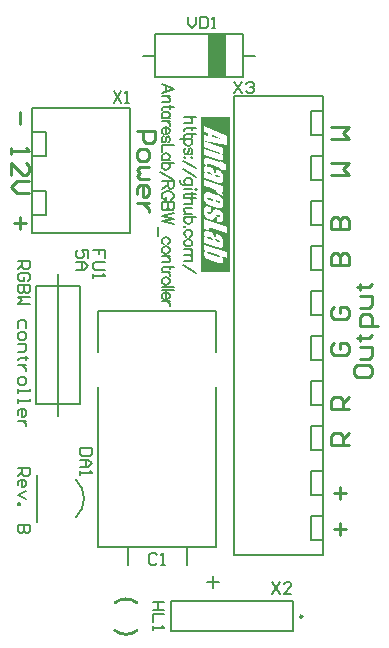
<source format=gto>
G04 Layer_Color=65535*
%FSAX43Y43*%
%MOMM*%
G71*
G01*
G75*
%ADD32C,0.200*%
%ADD33C,0.254*%
%ADD34C,0.150*%
%ADD35R,1.500X3.600*%
G36*
X0019079Y0031679D02*
X0016600D01*
Y0044800D01*
X0019079D01*
Y0031679D01*
D02*
G37*
%LPC*%
G36*
X0017193Y0038461D02*
X0017154D01*
X0017123Y0038459D01*
X0017093Y0038453D01*
X0017068Y0038448D01*
X0017049Y0038439D01*
X0017032Y0038434D01*
X0017021Y0038431D01*
X0017018Y0038428D01*
X0016990Y0038412D01*
X0016965Y0038389D01*
X0016946Y0038367D01*
X0016929Y0038342D01*
X0016915Y0038320D01*
X0016904Y0038303D01*
X0016899Y0038292D01*
X0016896Y0038287D01*
X0016882Y0038245D01*
X0016871Y0038203D01*
X0016865Y0038162D01*
X0016860Y0038120D01*
X0016857Y0038084D01*
X0016854Y0038056D01*
Y0038045D01*
Y0038037D01*
Y0038034D01*
Y0038031D01*
X0016857Y0037973D01*
X0016862Y0037920D01*
X0016868Y0037873D01*
X0016876Y0037834D01*
X0016885Y0037801D01*
X0016893Y0037776D01*
X0016896Y0037759D01*
X0016899Y0037754D01*
X0016918Y0037709D01*
X0016937Y0037667D01*
X0016960Y0037631D01*
X0016982Y0037598D01*
X0017001Y0037570D01*
X0017018Y0037551D01*
X0017029Y0037540D01*
X0017032Y0037534D01*
X0017065Y0037498D01*
X0017096Y0037470D01*
X0017126Y0037445D01*
X0017151Y0037423D01*
X0017171Y0037409D01*
X0017187Y0037398D01*
X0017198Y0037393D01*
X0017201Y0037390D01*
X0017235Y0037373D01*
X0017271Y0037354D01*
X0017309Y0037337D01*
X0017346Y0037323D01*
X0017379Y0037312D01*
X0017404Y0037301D01*
X0017415Y0037298D01*
X0017423Y0037295D01*
X0017426Y0037293D01*
X0017429D01*
X0017548Y0037254D01*
Y0037715D01*
X0017337Y0037787D01*
X0017296Y0037801D01*
X0017262Y0037815D01*
X0017235Y0037826D01*
X0017212Y0037837D01*
X0017196Y0037845D01*
X0017185Y0037854D01*
X0017179Y0037856D01*
X0017176Y0037859D01*
X0017162Y0037870D01*
X0017154Y0037884D01*
X0017143Y0037915D01*
X0017140Y0037926D01*
X0017137Y0037937D01*
Y0037942D01*
Y0037945D01*
X0017140Y0037959D01*
X0017143Y0037970D01*
X0017154Y0037984D01*
X0017162Y0037990D01*
X0017168Y0037992D01*
X0017182D01*
X0017201Y0037990D01*
X0017226Y0037984D01*
X0017248Y0037978D01*
X0017271Y0037970D01*
X0017290Y0037965D01*
X0017301Y0037962D01*
X0017307Y0037959D01*
X0017651Y0037842D01*
Y0037218D01*
X0017862Y0037148D01*
X0017942Y0037123D01*
X0018015Y0037104D01*
X0018076Y0037090D01*
X0018128Y0037084D01*
X0018167Y0037079D01*
X0018220D01*
X0018264Y0037087D01*
X0018306Y0037101D01*
X0018342Y0037121D01*
X0018370Y0037140D01*
X0018395Y0037159D01*
X0018412Y0037179D01*
X0018423Y0037190D01*
X0018426Y0037196D01*
X0018450Y0037240D01*
X0018470Y0037287D01*
X0018484Y0037340D01*
X0018495Y0037390D01*
X0018500Y0037434D01*
Y0037454D01*
X0018503Y0037470D01*
Y0037484D01*
Y0037495D01*
Y0037501D01*
Y0037504D01*
X0018500Y0037565D01*
X0018492Y0037623D01*
X0018481Y0037676D01*
X0018470Y0037723D01*
X0018459Y0037765D01*
X0018448Y0037795D01*
X0018442Y0037806D01*
X0018439Y0037815D01*
X0018437Y0037817D01*
Y0037820D01*
X0018412Y0037873D01*
X0018381Y0037923D01*
X0018351Y0037965D01*
X0018320Y0038001D01*
X0018292Y0038028D01*
X0018270Y0038051D01*
X0018256Y0038062D01*
X0018253Y0038067D01*
X0018251D01*
X0018203Y0038103D01*
X0018148Y0038134D01*
X0018095Y0038164D01*
X0018042Y0038189D01*
X0017995Y0038209D01*
X0017976Y0038217D01*
X0017956Y0038223D01*
X0017942Y0038228D01*
X0017931Y0038234D01*
X0017926Y0038237D01*
X0017923D01*
X0017459Y0038395D01*
X0017396Y0038414D01*
X0017343Y0038431D01*
X0017296Y0038442D01*
X0017257Y0038450D01*
X0017226Y0038456D01*
X0017204Y0038459D01*
X0017193Y0038461D01*
D02*
G37*
G36*
X0016882Y0039455D02*
Y0038970D01*
X0017509Y0038759D01*
X0017551Y0038745D01*
X0017587Y0038731D01*
X0017623Y0038717D01*
X0017654Y0038706D01*
X0017679Y0038695D01*
X0017704Y0038686D01*
X0017726Y0038678D01*
X0017743Y0038670D01*
X0017770Y0038659D01*
X0017790Y0038647D01*
X0017801Y0038645D01*
X0017804Y0038642D01*
X0017829Y0038628D01*
X0017848Y0038609D01*
X0017865Y0038592D01*
X0017881Y0038575D01*
X0017892Y0038559D01*
X0017901Y0038545D01*
X0017904Y0038536D01*
X0017906Y0038534D01*
X0017917Y0038503D01*
X0017929Y0038470D01*
X0017934Y0038434D01*
X0017937Y0038400D01*
X0017940Y0038373D01*
X0017942Y0038348D01*
Y0038331D01*
Y0038328D01*
Y0038325D01*
X0018503Y0038134D01*
X0018498Y0038173D01*
X0018489Y0038209D01*
X0018475Y0038245D01*
X0018459Y0038281D01*
X0018420Y0038345D01*
X0018378Y0038403D01*
X0018356Y0038428D01*
X0018334Y0038450D01*
X0018314Y0038473D01*
X0018298Y0038489D01*
X0018284Y0038500D01*
X0018273Y0038511D01*
X0018264Y0038517D01*
X0018262Y0038520D01*
X0018473Y0038434D01*
Y0038917D01*
X0016882Y0039455D01*
D02*
G37*
G36*
X0017107Y0037234D02*
X0017085D01*
X0017071Y0037232D01*
X0017065D01*
X0017032Y0037221D01*
X0017001Y0037204D01*
X0016974Y0037184D01*
X0016951Y0037162D01*
X0016935Y0037140D01*
X0016921Y0037121D01*
X0016912Y0037109D01*
X0016910Y0037104D01*
X0016890Y0037060D01*
X0016876Y0037010D01*
X0016868Y0036962D01*
X0016862Y0036912D01*
X0016857Y0036871D01*
Y0036854D01*
X0016854Y0036837D01*
Y0036824D01*
Y0036815D01*
Y0036810D01*
Y0036807D01*
X0016857Y0036746D01*
X0016862Y0036690D01*
X0016871Y0036638D01*
X0016882Y0036593D01*
X0016890Y0036557D01*
X0016899Y0036529D01*
X0016901Y0036518D01*
X0016904Y0036510D01*
X0016907Y0036507D01*
Y0036504D01*
X0016929Y0036457D01*
X0016951Y0036413D01*
X0016976Y0036374D01*
X0017001Y0036343D01*
X0017024Y0036318D01*
X0017040Y0036299D01*
X0017051Y0036288D01*
X0017057Y0036285D01*
X0017098Y0036254D01*
X0017146Y0036227D01*
X0017193Y0036202D01*
X0017243Y0036179D01*
X0017284Y0036160D01*
X0017304Y0036152D01*
X0017321Y0036146D01*
X0017332Y0036141D01*
X0017343Y0036138D01*
X0017348Y0036135D01*
X0017351D01*
X0017412Y0036118D01*
X0017465Y0036107D01*
X0017512Y0036102D01*
X0017579D01*
X0017598Y0036104D01*
X0017612Y0036107D01*
X0017615Y0036110D01*
X0017632Y0036118D01*
X0017651Y0036129D01*
X0017684Y0036157D01*
X0017718Y0036193D01*
X0017745Y0036229D01*
X0017773Y0036263D01*
X0017793Y0036293D01*
X0017798Y0036304D01*
X0017804Y0036313D01*
X0017809Y0036318D01*
Y0036321D01*
X0017837Y0036365D01*
X0017862Y0036404D01*
X0017881Y0036435D01*
X0017898Y0036457D01*
X0017912Y0036474D01*
X0017920Y0036485D01*
X0017926Y0036490D01*
X0017929Y0036493D01*
X0017942Y0036504D01*
X0017959Y0036513D01*
X0017981Y0036524D01*
X0017998Y0036529D01*
X0018004D01*
X0018017Y0036526D01*
X0018034Y0036524D01*
X0018070Y0036515D01*
X0018087Y0036510D01*
X0018101Y0036504D01*
X0018109Y0036501D01*
X0018112D01*
X0018148Y0036485D01*
X0018173Y0036471D01*
X0018187Y0036460D01*
X0018192Y0036454D01*
X0018209Y0036429D01*
X0018217Y0036407D01*
X0018220Y0036388D01*
Y0036385D01*
Y0036382D01*
Y0036365D01*
X0018215Y0036352D01*
X0018212Y0036343D01*
X0018206Y0036338D01*
X0018195Y0036329D01*
X0018176D01*
X0018156Y0036332D01*
X0018131Y0036338D01*
X0018109Y0036346D01*
X0018087Y0036352D01*
X0018067Y0036357D01*
X0018056Y0036360D01*
X0018051Y0036363D01*
X0017965Y0036393D01*
Y0035963D01*
X0018056Y0035932D01*
X0018098Y0035918D01*
X0018134Y0035907D01*
X0018165Y0035899D01*
X0018190Y0035893D01*
X0018206Y0035888D01*
X0018220D01*
X0018228Y0035885D01*
X0018276D01*
X0018314Y0035896D01*
X0018331Y0035905D01*
X0018342Y0035910D01*
X0018351Y0035913D01*
X0018353Y0035916D01*
X0018378Y0035932D01*
X0018398Y0035952D01*
X0018417Y0035974D01*
X0018434Y0035996D01*
X0018445Y0036016D01*
X0018453Y0036032D01*
X0018459Y0036043D01*
X0018462Y0036049D01*
X0018475Y0036088D01*
X0018487Y0036129D01*
X0018492Y0036171D01*
X0018498Y0036213D01*
X0018500Y0036249D01*
X0018503Y0036279D01*
Y0036288D01*
Y0036296D01*
Y0036302D01*
Y0036304D01*
X0018500Y0036363D01*
X0018495Y0036418D01*
X0018487Y0036471D01*
X0018478Y0036515D01*
X0018470Y0036551D01*
X0018462Y0036579D01*
X0018459Y0036590D01*
X0018456Y0036599D01*
X0018453Y0036601D01*
Y0036604D01*
X0018434Y0036651D01*
X0018409Y0036696D01*
X0018387Y0036732D01*
X0018364Y0036762D01*
X0018342Y0036787D01*
X0018326Y0036807D01*
X0018314Y0036818D01*
X0018312Y0036821D01*
X0018276Y0036851D01*
X0018231Y0036876D01*
X0018184Y0036901D01*
X0018140Y0036923D01*
X0018098Y0036943D01*
X0018062Y0036957D01*
X0018051Y0036962D01*
X0018040Y0036965D01*
X0018034Y0036968D01*
X0018031D01*
X0017984Y0036982D01*
X0017940Y0036990D01*
X0017901Y0036996D01*
X0017867Y0036998D01*
X0017840Y0037001D01*
X0017818Y0036998D01*
X0017801D01*
X0017781Y0036993D01*
X0017765Y0036987D01*
X0017726Y0036962D01*
X0017690Y0036935D01*
X0017654Y0036901D01*
X0017626Y0036868D01*
X0017601Y0036840D01*
X0017593Y0036829D01*
X0017587Y0036821D01*
X0017584Y0036815D01*
X0017582Y0036812D01*
X0017557Y0036776D01*
X0017534Y0036743D01*
X0017515Y0036715D01*
X0017495Y0036690D01*
X0017482Y0036668D01*
X0017468Y0036649D01*
X0017454Y0036635D01*
X0017445Y0036621D01*
X0017429Y0036604D01*
X0017421Y0036593D01*
X0017415Y0036588D01*
X0017412D01*
X0017398Y0036585D01*
X0017379D01*
X0017357Y0036588D01*
X0017332Y0036593D01*
X0017309Y0036599D01*
X0017290Y0036604D01*
X0017276Y0036607D01*
X0017271Y0036610D01*
X0017243Y0036621D01*
X0017218Y0036629D01*
X0017201Y0036640D01*
X0017185Y0036649D01*
X0017173Y0036657D01*
X0017168Y0036663D01*
X0017162Y0036665D01*
Y0036668D01*
X0017148Y0036693D01*
X0017140Y0036718D01*
Y0036729D01*
X0017137Y0036737D01*
Y0036743D01*
Y0036746D01*
X0017140Y0036762D01*
X0017143Y0036776D01*
X0017148Y0036785D01*
X0017157Y0036790D01*
X0017168Y0036799D01*
X0017193D01*
X0017215Y0036793D01*
X0017243Y0036787D01*
X0017271Y0036779D01*
X0017298Y0036771D01*
X0017321Y0036762D01*
X0017334Y0036760D01*
X0017340Y0036757D01*
X0017443Y0036724D01*
Y0037154D01*
X0017365Y0037179D01*
X0017296Y0037201D01*
X0017235Y0037215D01*
X0017182Y0037226D01*
X0017140Y0037232D01*
X0017107Y0037234D01*
D02*
G37*
G36*
X0017057Y0035166D02*
X0017032D01*
X0017010Y0035163D01*
X0016990Y0035161D01*
X0016974Y0035155D01*
X0016960Y0035152D01*
X0016937Y0035141D01*
X0016926Y0035133D01*
X0016924Y0035130D01*
X0016901Y0035097D01*
X0016885Y0035063D01*
X0016871Y0035027D01*
X0016862Y0034994D01*
X0016857Y0034966D01*
X0016854Y0034941D01*
Y0034927D01*
Y0034922D01*
X0016857Y0034886D01*
X0016860Y0034850D01*
X0016868Y0034819D01*
X0016876Y0034791D01*
X0016882Y0034769D01*
X0016890Y0034752D01*
X0016893Y0034741D01*
X0016896Y0034739D01*
X0016912Y0034708D01*
X0016935Y0034678D01*
X0016954Y0034650D01*
X0016976Y0034628D01*
X0016993Y0034608D01*
X0017010Y0034594D01*
X0017021Y0034583D01*
X0017024Y0034580D01*
X0016882Y0034628D01*
Y0034156D01*
X0017679Y0033886D01*
X0017751Y0033861D01*
X0017815Y0033842D01*
X0017873Y0033822D01*
X0017929Y0033806D01*
X0017976Y0033789D01*
X0018017Y0033778D01*
X0018056Y0033767D01*
X0018090Y0033759D01*
X0018117Y0033753D01*
X0018140Y0033745D01*
X0018159Y0033742D01*
X0018176Y0033739D01*
X0018187Y0033736D01*
X0018195Y0033734D01*
X0018201D01*
X0018248Y0033731D01*
X0018287Y0033736D01*
X0018326Y0033750D01*
X0018356Y0033764D01*
X0018381Y0033781D01*
X0018398Y0033797D01*
X0018412Y0033806D01*
X0018414Y0033811D01*
X0018431Y0033831D01*
X0018445Y0033853D01*
X0018467Y0033906D01*
X0018481Y0033961D01*
X0018492Y0034017D01*
X0018498Y0034070D01*
X0018500Y0034092D01*
X0018503Y0034114D01*
Y0034131D01*
Y0034142D01*
Y0034150D01*
Y0034153D01*
X0018500Y0034228D01*
X0018492Y0034294D01*
X0018478Y0034358D01*
X0018464Y0034411D01*
X0018450Y0034453D01*
X0018445Y0034472D01*
X0018437Y0034486D01*
X0018434Y0034497D01*
X0018428Y0034505D01*
X0018426Y0034511D01*
Y0034514D01*
X0018395Y0034566D01*
X0018364Y0034614D01*
X0018334Y0034653D01*
X0018309Y0034686D01*
X0018284Y0034711D01*
X0018264Y0034730D01*
X0018253Y0034741D01*
X0018248Y0034744D01*
X0018206Y0034772D01*
X0018162Y0034797D01*
X0018115Y0034822D01*
X0018067Y0034841D01*
X0018026Y0034858D01*
X0017992Y0034872D01*
X0017979Y0034877D01*
X0017970Y0034880D01*
X0017965Y0034883D01*
X0017962D01*
X0017856Y0034919D01*
Y0034464D01*
X0018023Y0034408D01*
X0018067Y0034392D01*
X0018106Y0034378D01*
X0018134Y0034367D01*
X0018156Y0034355D01*
X0018170Y0034347D01*
X0018181Y0034342D01*
X0018184Y0034339D01*
X0018187D01*
X0018198Y0034330D01*
X0018206Y0034319D01*
X0018217Y0034294D01*
Y0034283D01*
X0018220Y0034275D01*
Y0034269D01*
Y0034267D01*
X0018217Y0034253D01*
X0018215Y0034242D01*
X0018201Y0034228D01*
X0018187Y0034222D01*
X0018184Y0034219D01*
X0018162D01*
X0018140Y0034222D01*
X0018112Y0034228D01*
X0018084Y0034236D01*
X0018059Y0034242D01*
X0018037Y0034250D01*
X0018023Y0034253D01*
X0018020Y0034256D01*
X0018017D01*
X0017984Y0034267D01*
X0017954Y0034278D01*
X0017931Y0034289D01*
X0017915Y0034297D01*
X0017901Y0034306D01*
X0017890Y0034311D01*
X0017887Y0034317D01*
X0017884D01*
X0017879Y0034325D01*
X0017870Y0034336D01*
X0017862Y0034355D01*
X0017851Y0034375D01*
X0017831Y0034425D01*
X0017809Y0034478D01*
X0017790Y0034528D01*
X0017781Y0034553D01*
X0017776Y0034572D01*
X0017768Y0034591D01*
X0017765Y0034605D01*
X0017759Y0034614D01*
Y0034616D01*
X0017743Y0034661D01*
X0017729Y0034702D01*
X0017715Y0034741D01*
X0017701Y0034775D01*
X0017687Y0034805D01*
X0017673Y0034833D01*
X0017662Y0034855D01*
X0017651Y0034877D01*
X0017643Y0034894D01*
X0017634Y0034908D01*
X0017620Y0034930D01*
X0017612Y0034944D01*
X0017609Y0034947D01*
X0017582Y0034975D01*
X0017545Y0035002D01*
X0017504Y0035025D01*
X0017465Y0035044D01*
X0017426Y0035063D01*
X0017396Y0035075D01*
X0017384Y0035080D01*
X0017376Y0035083D01*
X0017371Y0035086D01*
X0017368D01*
X0017237Y0035130D01*
X0017193Y0035144D01*
X0017154Y0035152D01*
X0017118Y0035161D01*
X0017087Y0035163D01*
X0017057Y0035166D01*
D02*
G37*
G36*
X0016882Y0036149D02*
Y0035335D01*
X0017271Y0035205D01*
Y0035513D01*
X0018825Y0034986D01*
Y0035491D01*
X0016882Y0036149D01*
D02*
G37*
G36*
X0017073Y0041338D02*
X0017026D01*
X0017007Y0041332D01*
X0016990Y0041327D01*
X0016976Y0041321D01*
X0016965Y0041315D01*
X0016960Y0041313D01*
X0016957Y0041310D01*
X0016940Y0041296D01*
X0016926Y0041279D01*
X0016915Y0041263D01*
X0016907Y0041246D01*
X0016901Y0041229D01*
X0016896Y0041218D01*
X0016893Y0041210D01*
Y0041207D01*
X0016890Y0041179D01*
X0016887Y0041143D01*
X0016885Y0041104D01*
Y0041066D01*
X0016882Y0041032D01*
Y0041005D01*
Y0040993D01*
Y0040985D01*
Y0040980D01*
Y0040977D01*
Y0040780D01*
X0017137Y0040694D01*
Y0040732D01*
X0017140Y0040763D01*
X0017143Y0040788D01*
X0017146Y0040805D01*
X0017148Y0040813D01*
X0017151Y0040821D01*
X0017154Y0040824D01*
X0017165D01*
X0017187Y0040821D01*
X0017218Y0040813D01*
X0017248Y0040805D01*
X0017279Y0040796D01*
X0017304Y0040788D01*
X0017315Y0040785D01*
X0017323Y0040782D01*
X0017326Y0040780D01*
X0017329D01*
X0018184Y0040488D01*
Y0040358D01*
X0018437Y0040272D01*
Y0040402D01*
X0018686Y0040319D01*
Y0040805D01*
X0018437Y0040888D01*
Y0040993D01*
X0018184Y0041079D01*
Y0040974D01*
X0017373Y0041249D01*
X0017332Y0041263D01*
X0017293Y0041277D01*
X0017257Y0041288D01*
X0017226Y0041296D01*
X0017198Y0041304D01*
X0017173Y0041313D01*
X0017151Y0041318D01*
X0017135Y0041324D01*
X0017104Y0041329D01*
X0017085Y0041335D01*
X0017073Y0041338D01*
D02*
G37*
G36*
X0016882Y0042729D02*
Y0042243D01*
X0017956Y0041879D01*
X0017990Y0041868D01*
X0018017Y0041857D01*
X0018045Y0041848D01*
X0018067Y0041840D01*
X0018106Y0041824D01*
X0018134Y0041812D01*
X0018156Y0041801D01*
X0018170Y0041796D01*
X0018176Y0041790D01*
X0018178D01*
X0018192Y0041779D01*
X0018203Y0041765D01*
X0018209Y0041754D01*
X0018215Y0041740D01*
X0018217Y0041729D01*
X0018220Y0041721D01*
Y0041715D01*
Y0041712D01*
X0018217Y0041696D01*
X0018215Y0041685D01*
X0018209Y0041676D01*
X0018203Y0041671D01*
X0018190Y0041665D01*
X0018176D01*
X0018165Y0041668D01*
X0018137Y0041674D01*
X0018103Y0041685D01*
X0018070Y0041693D01*
X0018037Y0041704D01*
X0018009Y0041715D01*
X0017998Y0041718D01*
X0017990Y0041721D01*
X0017984Y0041724D01*
X0017981D01*
X0016882Y0042096D01*
Y0041610D01*
X0017998Y0041232D01*
X0018037Y0041218D01*
X0018070Y0041207D01*
X0018131Y0041191D01*
X0018184Y0041177D01*
X0018226Y0041166D01*
X0018256Y0041160D01*
X0018278Y0041157D01*
X0018292Y0041154D01*
X0018326D01*
X0018356Y0041160D01*
X0018381Y0041166D01*
X0018403Y0041177D01*
X0018420Y0041185D01*
X0018431Y0041196D01*
X0018439Y0041202D01*
X0018442Y0041204D01*
X0018462Y0041229D01*
X0018478Y0041257D01*
X0018489Y0041288D01*
X0018495Y0041318D01*
X0018500Y0041346D01*
X0018503Y0041368D01*
Y0041382D01*
Y0041385D01*
Y0041388D01*
X0018500Y0041424D01*
X0018495Y0041460D01*
X0018489Y0041493D01*
X0018481Y0041521D01*
X0018470Y0041546D01*
X0018464Y0041563D01*
X0018459Y0041574D01*
X0018456Y0041579D01*
X0018437Y0041613D01*
X0018417Y0041646D01*
X0018395Y0041674D01*
X0018373Y0041701D01*
X0018353Y0041724D01*
X0018337Y0041740D01*
X0018326Y0041751D01*
X0018323Y0041754D01*
X0018473Y0041696D01*
Y0042190D01*
X0016882Y0042729D01*
D02*
G37*
G36*
Y0044075D02*
Y0043556D01*
X0017232Y0043409D01*
Y0043223D01*
X0016882Y0043314D01*
Y0042801D01*
X0018825Y0042431D01*
Y0043159D01*
X0016882Y0044075D01*
D02*
G37*
G36*
Y0033989D02*
Y0033534D01*
X0017001Y0033462D01*
X0016976Y0033448D01*
X0016951Y0033431D01*
X0016935Y0033414D01*
X0016918Y0033400D01*
X0016907Y0033387D01*
X0016896Y0033375D01*
X0016893Y0033367D01*
X0016890Y0033364D01*
X0016879Y0033339D01*
X0016871Y0033317D01*
X0016862Y0033292D01*
X0016860Y0033270D01*
X0016857Y0033251D01*
X0016854Y0033234D01*
Y0033223D01*
Y0033220D01*
X0016857Y0033176D01*
X0016862Y0033134D01*
X0016874Y0033095D01*
X0016885Y0033062D01*
X0016896Y0033034D01*
X0016907Y0033012D01*
X0016912Y0032998D01*
X0016915Y0032992D01*
X0016940Y0032953D01*
X0016965Y0032920D01*
X0016990Y0032892D01*
X0017015Y0032870D01*
X0017035Y0032854D01*
X0017051Y0032842D01*
X0017062Y0032834D01*
X0017065Y0032831D01*
X0017101Y0032812D01*
X0017143Y0032792D01*
X0017185Y0032773D01*
X0017229Y0032756D01*
X0017265Y0032742D01*
X0017298Y0032731D01*
X0017309Y0032726D01*
X0017318Y0032723D01*
X0017323Y0032720D01*
X0017326D01*
X0018042Y0032476D01*
X0018076Y0032465D01*
X0018103Y0032457D01*
X0018153Y0032440D01*
X0018192Y0032429D01*
X0018226Y0032420D01*
X0018248Y0032412D01*
X0018262Y0032409D01*
X0018270Y0032407D01*
X0018273D01*
X0018292Y0032404D01*
X0018312D01*
X0018348Y0032407D01*
X0018362Y0032409D01*
X0018373Y0032412D01*
X0018378Y0032415D01*
X0018381D01*
X0018401Y0032423D01*
X0018420Y0032437D01*
X0018448Y0032465D01*
X0018456Y0032476D01*
X0018464Y0032487D01*
X0018470Y0032495D01*
Y0032498D01*
X0018481Y0032523D01*
X0018489Y0032548D01*
X0018495Y0032576D01*
X0018500Y0032601D01*
Y0032623D01*
X0018503Y0032643D01*
Y0032654D01*
Y0032659D01*
X0018500Y0032693D01*
X0018498Y0032723D01*
X0018492Y0032751D01*
X0018487Y0032779D01*
X0018478Y0032801D01*
X0018473Y0032817D01*
X0018470Y0032829D01*
X0018467Y0032831D01*
X0018453Y0032862D01*
X0018437Y0032895D01*
X0018420Y0032923D01*
X0018403Y0032948D01*
X0018387Y0032970D01*
X0018373Y0032987D01*
X0018364Y0032998D01*
X0018362Y0033001D01*
X0018825Y0032845D01*
Y0033331D01*
X0016882Y0033989D01*
D02*
G37*
G36*
X0017057Y0040632D02*
X0017032D01*
X0017010Y0040630D01*
X0016990Y0040627D01*
X0016974Y0040621D01*
X0016960Y0040619D01*
X0016937Y0040608D01*
X0016926Y0040599D01*
X0016924Y0040596D01*
X0016901Y0040563D01*
X0016885Y0040530D01*
X0016871Y0040494D01*
X0016862Y0040460D01*
X0016857Y0040433D01*
X0016854Y0040408D01*
Y0040394D01*
Y0040388D01*
X0016857Y0040352D01*
X0016860Y0040316D01*
X0016868Y0040285D01*
X0016876Y0040258D01*
X0016882Y0040236D01*
X0016890Y0040219D01*
X0016893Y0040208D01*
X0016896Y0040205D01*
X0016912Y0040174D01*
X0016935Y0040144D01*
X0016954Y0040116D01*
X0016976Y0040094D01*
X0016993Y0040074D01*
X0017010Y0040061D01*
X0017021Y0040049D01*
X0017024Y0040047D01*
X0016882Y0040094D01*
Y0039622D01*
X0017679Y0039353D01*
X0017751Y0039328D01*
X0017815Y0039308D01*
X0017873Y0039289D01*
X0017929Y0039272D01*
X0017976Y0039256D01*
X0018017Y0039244D01*
X0018056Y0039233D01*
X0018090Y0039225D01*
X0018117Y0039219D01*
X0018140Y0039211D01*
X0018159Y0039208D01*
X0018176Y0039206D01*
X0018187Y0039203D01*
X0018195Y0039200D01*
X0018201D01*
X0018248Y0039197D01*
X0018287Y0039203D01*
X0018326Y0039217D01*
X0018356Y0039231D01*
X0018381Y0039247D01*
X0018398Y0039264D01*
X0018412Y0039272D01*
X0018414Y0039278D01*
X0018431Y0039297D01*
X0018445Y0039319D01*
X0018467Y0039372D01*
X0018481Y0039428D01*
X0018492Y0039483D01*
X0018498Y0039536D01*
X0018500Y0039558D01*
X0018503Y0039580D01*
Y0039597D01*
Y0039608D01*
Y0039616D01*
Y0039619D01*
X0018500Y0039694D01*
X0018492Y0039761D01*
X0018478Y0039825D01*
X0018464Y0039877D01*
X0018450Y0039919D01*
X0018445Y0039938D01*
X0018437Y0039952D01*
X0018434Y0039963D01*
X0018428Y0039972D01*
X0018426Y0039977D01*
Y0039980D01*
X0018395Y0040033D01*
X0018364Y0040080D01*
X0018334Y0040119D01*
X0018309Y0040152D01*
X0018284Y0040177D01*
X0018264Y0040197D01*
X0018253Y0040208D01*
X0018248Y0040211D01*
X0018206Y0040238D01*
X0018162Y0040263D01*
X0018115Y0040288D01*
X0018067Y0040308D01*
X0018026Y0040324D01*
X0017992Y0040338D01*
X0017979Y0040344D01*
X0017970Y0040347D01*
X0017965Y0040349D01*
X0017962D01*
X0017856Y0040385D01*
Y0039930D01*
X0018023Y0039875D01*
X0018067Y0039858D01*
X0018106Y0039844D01*
X0018134Y0039833D01*
X0018156Y0039822D01*
X0018170Y0039814D01*
X0018181Y0039808D01*
X0018184Y0039805D01*
X0018187D01*
X0018198Y0039797D01*
X0018206Y0039786D01*
X0018217Y0039761D01*
Y0039750D01*
X0018220Y0039741D01*
Y0039736D01*
Y0039733D01*
X0018217Y0039719D01*
X0018215Y0039708D01*
X0018201Y0039694D01*
X0018187Y0039689D01*
X0018184Y0039686D01*
X0018162D01*
X0018140Y0039689D01*
X0018112Y0039694D01*
X0018084Y0039702D01*
X0018059Y0039708D01*
X0018037Y0039716D01*
X0018023Y0039719D01*
X0018020Y0039722D01*
X0018017D01*
X0017984Y0039733D01*
X0017954Y0039744D01*
X0017931Y0039755D01*
X0017915Y0039764D01*
X0017901Y0039772D01*
X0017890Y0039777D01*
X0017887Y0039783D01*
X0017884D01*
X0017879Y0039791D01*
X0017870Y0039802D01*
X0017862Y0039822D01*
X0017851Y0039841D01*
X0017831Y0039891D01*
X0017809Y0039944D01*
X0017790Y0039994D01*
X0017781Y0040019D01*
X0017776Y0040038D01*
X0017768Y0040058D01*
X0017765Y0040072D01*
X0017759Y0040080D01*
Y0040083D01*
X0017743Y0040127D01*
X0017729Y0040169D01*
X0017715Y0040208D01*
X0017701Y0040241D01*
X0017687Y0040272D01*
X0017673Y0040299D01*
X0017662Y0040322D01*
X0017651Y0040344D01*
X0017643Y0040360D01*
X0017634Y0040374D01*
X0017620Y0040397D01*
X0017612Y0040410D01*
X0017609Y0040413D01*
X0017582Y0040441D01*
X0017545Y0040469D01*
X0017504Y0040491D01*
X0017465Y0040510D01*
X0017426Y0040530D01*
X0017396Y0040541D01*
X0017384Y0040546D01*
X0017376Y0040549D01*
X0017371Y0040552D01*
X0017368D01*
X0017237Y0040596D01*
X0017193Y0040610D01*
X0017154Y0040619D01*
X0017118Y0040627D01*
X0017087Y0040630D01*
X0017057Y0040632D01*
D02*
G37*
%LPD*%
G36*
X0018023Y0037717D02*
X0018070Y0037701D01*
X0018106Y0037687D01*
X0018137Y0037676D01*
X0018156Y0037665D01*
X0018173Y0037656D01*
X0018184Y0037651D01*
X0018187Y0037648D01*
X0018190D01*
X0018201Y0037640D01*
X0018206Y0037629D01*
X0018217Y0037604D01*
Y0037593D01*
X0018220Y0037584D01*
Y0037579D01*
Y0037576D01*
X0018217Y0037562D01*
X0018215Y0037554D01*
X0018203Y0037543D01*
X0018190Y0037537D01*
X0018167D01*
X0018142Y0037543D01*
X0018117Y0037548D01*
X0018090Y0037556D01*
X0018065Y0037565D01*
X0018042Y0037570D01*
X0018028Y0037576D01*
X0018026Y0037579D01*
X0018023D01*
X0017909Y0037618D01*
Y0037756D01*
X0018023Y0037717D01*
D02*
G37*
G36*
X0017210Y0034675D02*
X0017237Y0034669D01*
X0017262Y0034661D01*
X0017287Y0034655D01*
X0017309Y0034647D01*
X0017323Y0034644D01*
X0017329Y0034641D01*
X0017368Y0034628D01*
X0017401Y0034614D01*
X0017429Y0034603D01*
X0017451Y0034591D01*
X0017470Y0034583D01*
X0017482Y0034575D01*
X0017490Y0034572D01*
X0017493Y0034569D01*
X0017515Y0034550D01*
X0017540Y0034525D01*
X0017565Y0034494D01*
X0017587Y0034464D01*
X0017607Y0034433D01*
X0017623Y0034408D01*
X0017634Y0034392D01*
X0017637Y0034389D01*
Y0034386D01*
X0017312Y0034497D01*
X0017271Y0034511D01*
X0017240Y0034522D01*
X0017212Y0034533D01*
X0017193Y0034544D01*
X0017179Y0034550D01*
X0017171Y0034555D01*
X0017168Y0034561D01*
X0017165D01*
X0017148Y0034580D01*
X0017140Y0034603D01*
X0017137Y0034619D01*
Y0034625D01*
Y0034628D01*
X0017140Y0034644D01*
X0017143Y0034658D01*
X0017148Y0034666D01*
X0017154Y0034672D01*
X0017165Y0034680D01*
X0017187D01*
X0017210Y0034675D01*
D02*
G37*
G36*
X0017626Y0043273D02*
X0017684Y0043248D01*
X0017745Y0043220D01*
X0017812Y0043189D01*
X0017945Y0043128D01*
X0018015Y0043098D01*
X0018081Y0043067D01*
X0018142Y0043037D01*
X0018201Y0043009D01*
X0018253Y0042984D01*
X0018301Y0042965D01*
X0018339Y0042945D01*
X0018367Y0042931D01*
X0018378Y0042926D01*
X0018387Y0042923D01*
X0018388Y0042921D01*
X0018392Y0042920D01*
X0018389D01*
X0018388Y0042921D01*
X0018303Y0042942D01*
X0018217Y0042965D01*
X0018137Y0042984D01*
X0018059Y0043003D01*
X0017987Y0043023D01*
X0017920Y0043039D01*
X0017856Y0043053D01*
X0017801Y0043067D01*
X0017751Y0043081D01*
X0017706Y0043092D01*
X0017668Y0043101D01*
X0017634Y0043109D01*
X0017609Y0043114D01*
X0017590Y0043120D01*
X0017579Y0043123D01*
X0017576D01*
Y0043295D01*
X0017626Y0043273D01*
D02*
G37*
G36*
X0017212Y0033384D02*
X0017237Y0033378D01*
X0017265Y0033370D01*
X0017293Y0033364D01*
X0017315Y0033356D01*
X0017329Y0033353D01*
X0017334Y0033350D01*
X0018020Y0033117D01*
X0018065Y0033101D01*
X0018103Y0033087D01*
X0018131Y0033076D01*
X0018153Y0033065D01*
X0018170Y0033059D01*
X0018178Y0033053D01*
X0018184Y0033048D01*
X0018187D01*
X0018198Y0033037D01*
X0018206Y0033026D01*
X0018217Y0033003D01*
X0018220Y0032987D01*
Y0032981D01*
Y0032978D01*
X0018217Y0032965D01*
X0018215Y0032953D01*
X0018209Y0032945D01*
X0018201Y0032937D01*
X0018187Y0032931D01*
X0018165D01*
X0018140Y0032937D01*
X0018115Y0032942D01*
X0018087Y0032951D01*
X0018062Y0032956D01*
X0018040Y0032965D01*
X0018026Y0032967D01*
X0018023Y0032970D01*
X0018020D01*
X0017351Y0033198D01*
X0017304Y0033214D01*
X0017265Y0033228D01*
X0017232Y0033242D01*
X0017210Y0033253D01*
X0017193Y0033262D01*
X0017182Y0033267D01*
X0017176Y0033273D01*
X0017173D01*
X0017162Y0033284D01*
X0017154Y0033295D01*
X0017143Y0033317D01*
X0017140Y0033328D01*
X0017137Y0033337D01*
Y0033342D01*
Y0033345D01*
X0017140Y0033359D01*
X0017143Y0033370D01*
X0017148Y0033378D01*
X0017154Y0033384D01*
X0017165Y0033389D01*
X0017187D01*
X0017212Y0033384D01*
D02*
G37*
G36*
X0017210Y0040141D02*
X0017237Y0040136D01*
X0017262Y0040127D01*
X0017287Y0040122D01*
X0017309Y0040113D01*
X0017323Y0040111D01*
X0017329Y0040108D01*
X0017368Y0040094D01*
X0017401Y0040080D01*
X0017429Y0040069D01*
X0017451Y0040058D01*
X0017470Y0040049D01*
X0017482Y0040041D01*
X0017490Y0040038D01*
X0017493Y0040036D01*
X0017515Y0040016D01*
X0017540Y0039991D01*
X0017565Y0039961D01*
X0017587Y0039930D01*
X0017607Y0039900D01*
X0017623Y0039875D01*
X0017634Y0039858D01*
X0017637Y0039855D01*
Y0039852D01*
X0017312Y0039963D01*
X0017271Y0039977D01*
X0017240Y0039988D01*
X0017212Y0040000D01*
X0017193Y0040011D01*
X0017179Y0040016D01*
X0017171Y0040022D01*
X0017168Y0040027D01*
X0017165D01*
X0017148Y0040047D01*
X0017140Y0040069D01*
X0017137Y0040086D01*
Y0040091D01*
Y0040094D01*
X0017140Y0040111D01*
X0017143Y0040124D01*
X0017148Y0040133D01*
X0017154Y0040138D01*
X0017165Y0040147D01*
X0017187D01*
X0017210Y0040141D01*
D02*
G37*
D32*
X0006005Y0010895D02*
G03*
X0006005Y0014105I-0001505J0001605D01*
G01*
X0002700Y0010500D02*
Y0014500D01*
X0010600Y0035000D02*
Y0045600D01*
X0002300Y0035000D02*
X0010600D01*
X0002300D02*
Y0045600D01*
X0010600D01*
X0002300Y0043500D02*
X0003500D01*
Y0041500D02*
Y0043500D01*
X0002300Y0041500D02*
X0003500D01*
X0002300Y0036500D02*
X0003500D01*
Y0038500D01*
X0002300D02*
X0003500D01*
X0024380Y0001250D02*
Y0003800D01*
X0014080D02*
X0024380D01*
X0014080Y0001250D02*
Y0003800D01*
Y0001250D02*
X0024380D01*
X0019400Y0007700D02*
Y0046600D01*
X0026900D01*
Y0007700D02*
Y0046600D01*
X0019400Y0007700D02*
X0026900D01*
X0025900Y0009000D02*
X0026900D01*
X0025900D02*
Y0011000D01*
X0026900D01*
X0025900Y0014810D02*
X0026900D01*
X0025900Y0012810D02*
Y0014810D01*
Y0012810D02*
X0026900D01*
X0025900Y0018620D02*
X0026900D01*
X0025900Y0016620D02*
Y0018620D01*
Y0016620D02*
X0026900D01*
X0025900Y0022430D02*
X0026900D01*
X0025900Y0020430D02*
Y0022430D01*
Y0020430D02*
X0026900D01*
X0025900Y0026240D02*
X0026900D01*
X0025900Y0024240D02*
Y0026240D01*
Y0024240D02*
X0026900D01*
X0025900Y0030050D02*
X0026900D01*
X0025900Y0028050D02*
Y0030050D01*
Y0028050D02*
X0026900D01*
X0025900Y0033860D02*
X0026900D01*
X0025900Y0031860D02*
Y0033860D01*
Y0031860D02*
X0026900D01*
X0025900Y0037670D02*
X0026900D01*
X0025900Y0035670D02*
Y0037670D01*
Y0035670D02*
X0026900D01*
X0025900Y0039480D02*
X0026900D01*
X0025900D02*
Y0041480D01*
X0026900D01*
X0025900Y0043290D02*
X0026900D01*
X0025900D02*
Y0045290D01*
X0026900D01*
X0004500Y0019500D02*
Y0031500D01*
Y0030500D02*
X0006400D01*
Y0020500D02*
Y0030500D01*
X0002600Y0020500D02*
X0006400D01*
X0002600D02*
Y0030500D01*
X0004500D01*
X0020200Y0050000D02*
X0021200D01*
X0011700D02*
X0012700D01*
Y0048200D02*
Y0051800D01*
Y0048200D02*
X0020200D01*
Y0051800D01*
X0012700D02*
X0020200D01*
X0017600Y0004892D02*
Y0005908D01*
X0017092Y0005400D02*
X0018108D01*
X0017900Y0008400D02*
Y0021900D01*
Y0024900D02*
Y0028400D01*
X0007900D02*
X0017900D01*
X0007900Y0024900D02*
Y0028400D01*
Y0008400D02*
Y0021900D01*
Y0008400D02*
X0017900D01*
X0015400Y0006900D02*
Y0008400D01*
X0010400Y0006900D02*
Y0008400D01*
X0007400Y0016800D02*
X0006400D01*
Y0016300D01*
X0006567Y0016134D01*
X0007233D01*
X0007400Y0016300D01*
Y0016800D01*
X0006400Y0015800D02*
X0007066D01*
X0007400Y0015467D01*
X0007066Y0015134D01*
X0006400D01*
X0006900D01*
Y0015800D01*
X0006400Y0014801D02*
Y0014467D01*
Y0014634D01*
X0007400D01*
X0007233Y0014801D01*
X0009200Y0047000D02*
X0009866Y0046000D01*
Y0047000D02*
X0009200Y0046000D01*
X0010200D02*
X0010533D01*
X0010366D01*
Y0047000D01*
X0010200Y0046833D01*
X0022600Y0005400D02*
X0023266Y0004400D01*
Y0005400D02*
X0022600Y0004400D01*
X0024266D02*
X0023600D01*
X0024266Y0005066D01*
Y0005233D01*
X0024100Y0005400D01*
X0023766D01*
X0023600Y0005233D01*
X0019400Y0047800D02*
X0020066Y0046800D01*
Y0047800D02*
X0019400Y0046800D01*
X0020400Y0047633D02*
X0020566Y0047800D01*
X0020900D01*
X0021066Y0047633D01*
Y0047466D01*
X0020900Y0047300D01*
X0020733D01*
X0020900D01*
X0021066Y0047133D01*
Y0046967D01*
X0020900Y0046800D01*
X0020566D01*
X0020400Y0046967D01*
X0008500Y0032834D02*
Y0033500D01*
X0008000D01*
Y0033167D01*
Y0033500D01*
X0007500D01*
X0008500Y0032500D02*
X0007667D01*
X0007500Y0032334D01*
Y0032000D01*
X0007667Y0031834D01*
X0008500D01*
X0007500Y0031501D02*
Y0031167D01*
Y0031334D01*
X0008500D01*
X0008333Y0031501D01*
X0013500Y0003700D02*
X0012500D01*
X0013000D01*
Y0003034D01*
X0013500D01*
X0012500D01*
X0013500Y0002700D02*
X0012500D01*
Y0002034D01*
Y0001701D02*
Y0001367D01*
Y0001534D01*
X0013500D01*
X0013333Y0001701D01*
X0015500Y0053300D02*
Y0052633D01*
X0015833Y0052300D01*
X0016166Y0052633D01*
Y0053300D01*
X0016500D02*
Y0052300D01*
X0017000D01*
X0017166Y0052467D01*
Y0053133D01*
X0017000Y0053300D01*
X0016500D01*
X0017499Y0052300D02*
X0017833D01*
X0017666D01*
Y0053300D01*
X0017499Y0053133D01*
X0012866Y0007733D02*
X0012700Y0007900D01*
X0012367D01*
X0012200Y0007733D01*
Y0007067D01*
X0012367Y0006900D01*
X0012700D01*
X0012866Y0007067D01*
X0013200Y0006900D02*
X0013533D01*
X0013366D01*
Y0007900D01*
X0013200Y0007733D01*
X0007000Y0032834D02*
Y0033500D01*
X0006500D01*
X0006666Y0033167D01*
Y0033000D01*
X0006500Y0032834D01*
X0006167D01*
X0006000Y0033000D01*
Y0033333D01*
X0006167Y0033500D01*
X0006000Y0032500D02*
X0006666D01*
X0007000Y0032167D01*
X0006666Y0031834D01*
X0006000D01*
X0006500D01*
Y0032500D01*
X0001100Y0032600D02*
X0002100D01*
Y0032100D01*
X0001933Y0031934D01*
X0001600D01*
X0001433Y0032100D01*
Y0032600D01*
Y0032267D02*
X0001100Y0031934D01*
X0001933Y0030934D02*
X0002100Y0031100D01*
Y0031434D01*
X0001933Y0031600D01*
X0001267D01*
X0001100Y0031434D01*
Y0031100D01*
X0001267Y0030934D01*
X0001600D01*
Y0031267D01*
X0002100Y0030601D02*
X0001100D01*
Y0030101D01*
X0001267Y0029934D01*
X0001433D01*
X0001600Y0030101D01*
Y0030601D01*
Y0030101D01*
X0001766Y0029934D01*
X0001933D01*
X0002100Y0030101D01*
Y0030601D01*
Y0029601D02*
X0001100D01*
X0001433Y0029268D01*
X0001100Y0028935D01*
X0002100D01*
X0001766Y0026935D02*
Y0027435D01*
X0001600Y0027602D01*
X0001267D01*
X0001100Y0027435D01*
Y0026935D01*
Y0026435D02*
Y0026102D01*
X0001267Y0025935D01*
X0001600D01*
X0001766Y0026102D01*
Y0026435D01*
X0001600Y0026602D01*
X0001267D01*
X0001100Y0026435D01*
Y0025602D02*
X0001766D01*
Y0025102D01*
X0001600Y0024936D01*
X0001100D01*
X0001933Y0024436D02*
X0001766D01*
Y0024603D01*
Y0024269D01*
Y0024436D01*
X0001267D01*
X0001100Y0024269D01*
X0001766Y0023770D02*
X0001100D01*
X0001433D01*
X0001600Y0023603D01*
X0001766Y0023436D01*
Y0023270D01*
X0001100Y0022603D02*
Y0022270D01*
X0001267Y0022103D01*
X0001600D01*
X0001766Y0022270D01*
Y0022603D01*
X0001600Y0022770D01*
X0001267D01*
X0001100Y0022603D01*
Y0021770D02*
Y0021437D01*
Y0021604D01*
X0002100D01*
Y0021770D01*
X0001100Y0020937D02*
Y0020604D01*
Y0020770D01*
X0002100D01*
Y0020937D01*
X0001100Y0019604D02*
Y0019937D01*
X0001267Y0020104D01*
X0001600D01*
X0001766Y0019937D01*
Y0019604D01*
X0001600Y0019438D01*
X0001433D01*
Y0020104D01*
X0001766Y0019104D02*
X0001100D01*
X0001433D01*
X0001600Y0018938D01*
X0001766Y0018771D01*
Y0018605D01*
X0001100Y0015106D02*
X0002100D01*
Y0014606D01*
X0001933Y0014439D01*
X0001600D01*
X0001433Y0014606D01*
Y0015106D01*
Y0014772D02*
X0001100Y0014439D01*
Y0013606D02*
Y0013939D01*
X0001267Y0014106D01*
X0001600D01*
X0001766Y0013939D01*
Y0013606D01*
X0001600Y0013440D01*
X0001433D01*
Y0014106D01*
X0001766Y0013106D02*
X0001100Y0012773D01*
X0001766Y0012440D01*
X0001100Y0012107D02*
X0001267D01*
Y0011940D01*
X0001100D01*
Y0012107D01*
X0002100Y0010274D02*
X0001100D01*
Y0009774D01*
X0001267Y0009607D01*
X0001433D01*
X0001600Y0009774D01*
Y0010274D01*
Y0009774D01*
X0001766Y0009607D01*
X0001933D01*
X0002100Y0009774D01*
Y0010274D01*
D33*
X0025180Y0002500D02*
G03*
X0025180Y0002500I-0000100J0000000D01*
G01*
X0009313Y0001329D02*
G03*
X0011187Y0001329I0000937J0001171D01*
G01*
Y0003671D02*
G03*
X0009313Y0003671I-0000937J-0001171D01*
G01*
X0001262Y0045200D02*
Y0044184D01*
X0000500Y0042153D02*
Y0041645D01*
Y0041899D01*
X0002024D01*
X0001770Y0042153D01*
X0000500Y0039868D02*
Y0040883D01*
X0001516Y0039868D01*
X0001770D01*
X0002024Y0040122D01*
Y0040629D01*
X0001770Y0040883D01*
X0002024Y0039360D02*
X0001008D01*
X0000500Y0038852D01*
X0001008Y0038344D01*
X0002024D01*
X0001262Y0036313D02*
Y0035297D01*
X0001770Y0035805D02*
X0000754D01*
X0011200Y0043600D02*
X0012724D01*
Y0042838D01*
X0012470Y0042584D01*
X0011962D01*
X0011708Y0042838D01*
Y0043600D01*
X0011200Y0041823D02*
Y0041315D01*
X0011454Y0041061D01*
X0011962D01*
X0012216Y0041315D01*
Y0041823D01*
X0011962Y0042076D01*
X0011454D01*
X0011200Y0041823D01*
X0012216Y0040553D02*
X0011454D01*
X0011200Y0040299D01*
X0011454Y0040045D01*
X0011200Y0039791D01*
X0011454Y0039537D01*
X0012216D01*
X0011200Y0038268D02*
Y0038776D01*
X0011454Y0039029D01*
X0011962D01*
X0012216Y0038776D01*
Y0038268D01*
X0011962Y0038014D01*
X0011708D01*
Y0039029D01*
X0012216Y0037506D02*
X0011200D01*
X0011708D01*
X0011962Y0037252D01*
X0012216Y0036998D01*
Y0036744D01*
X0028338Y0009400D02*
Y0010416D01*
X0027830Y0009908D02*
X0028846D01*
X0028338Y0012447D02*
Y0013463D01*
X0027830Y0012955D02*
X0028846D01*
X0029100Y0017018D02*
X0027576D01*
Y0017779D01*
X0027830Y0018033D01*
X0028338D01*
X0028592Y0017779D01*
Y0017018D01*
Y0017525D02*
X0029100Y0018033D01*
Y0020065D02*
X0027576D01*
Y0020826D01*
X0027830Y0021080D01*
X0028338D01*
X0028592Y0020826D01*
Y0020065D01*
Y0020572D02*
X0029100Y0021080D01*
X0027830Y0025651D02*
X0027576Y0025397D01*
Y0024889D01*
X0027830Y0024635D01*
X0028846D01*
X0029100Y0024889D01*
Y0025397D01*
X0028846Y0025651D01*
X0028338D01*
Y0025143D01*
X0027830Y0028698D02*
X0027576Y0028444D01*
Y0027936D01*
X0027830Y0027682D01*
X0028846D01*
X0029100Y0027936D01*
Y0028444D01*
X0028846Y0028698D01*
X0028338D01*
Y0028190D01*
X0027576Y0032253D02*
X0029100D01*
Y0033014D01*
X0028846Y0033268D01*
X0028592D01*
X0028338Y0033014D01*
Y0032253D01*
Y0033014D01*
X0028084Y0033268D01*
X0027830D01*
X0027576Y0033014D01*
Y0032253D01*
Y0035300D02*
X0029100D01*
Y0036061D01*
X0028846Y0036315D01*
X0028592D01*
X0028338Y0036061D01*
Y0035300D01*
Y0036061D01*
X0028084Y0036315D01*
X0027830D01*
X0027576Y0036061D01*
Y0035300D01*
Y0039870D02*
X0029100D01*
X0028592Y0040378D01*
X0029100Y0040886D01*
X0027576D01*
Y0042917D02*
X0029100D01*
X0028592Y0043425D01*
X0029100Y0043933D01*
X0027576D01*
X0029576Y0023562D02*
Y0023054D01*
X0029830Y0022800D01*
X0030846D01*
X0031100Y0023054D01*
Y0023562D01*
X0030846Y0023816D01*
X0029830D01*
X0029576Y0023562D01*
X0030084Y0024324D02*
X0030846D01*
X0031100Y0024577D01*
Y0025339D01*
X0030084D01*
X0029830Y0026101D02*
X0030084D01*
Y0025847D01*
Y0026355D01*
Y0026101D01*
X0030846D01*
X0031100Y0026355D01*
X0031608Y0027117D02*
X0030084D01*
Y0027878D01*
X0030338Y0028132D01*
X0030846D01*
X0031100Y0027878D01*
Y0027117D01*
X0030084Y0028640D02*
X0030846D01*
X0031100Y0028894D01*
Y0029656D01*
X0030084D01*
X0029830Y0030418D02*
X0030084D01*
Y0030164D01*
Y0030671D01*
Y0030418D01*
X0030846D01*
X0031100Y0030671D01*
D34*
X0016186Y0044779D02*
X0015186D01*
X0015662D02*
X0015805Y0044636D01*
X0015853Y0044541D01*
Y0044398D01*
X0015805Y0044303D01*
X0015662Y0044255D01*
X0015186D01*
X0016186Y0043850D02*
X0015377D01*
X0015234Y0043803D01*
X0015186Y0043708D01*
Y0043612D01*
X0015853Y0043993D02*
Y0043660D01*
X0016186Y0043327D02*
X0015377D01*
X0015234Y0043279D01*
X0015186Y0043184D01*
Y0043089D01*
X0015853Y0043470D02*
Y0043136D01*
Y0042946D02*
X0014853D01*
X0015710D02*
X0015805Y0042851D01*
X0015853Y0042755D01*
Y0042613D01*
X0015805Y0042517D01*
X0015710Y0042422D01*
X0015567Y0042375D01*
X0015472D01*
X0015329Y0042422D01*
X0015234Y0042517D01*
X0015186Y0042613D01*
Y0042755D01*
X0015234Y0042851D01*
X0015329Y0042946D01*
X0015710Y0041637D02*
X0015805Y0041684D01*
X0015853Y0041827D01*
Y0041970D01*
X0015805Y0042113D01*
X0015710Y0042160D01*
X0015615Y0042113D01*
X0015567Y0042017D01*
X0015520Y0041779D01*
X0015472Y0041684D01*
X0015377Y0041637D01*
X0015329D01*
X0015234Y0041684D01*
X0015186Y0041827D01*
Y0041970D01*
X0015234Y0042113D01*
X0015329Y0042160D01*
X0015853Y0041380D02*
X0015805Y0041427D01*
X0015758Y0041380D01*
X0015805Y0041332D01*
X0015853Y0041380D01*
X0015281D02*
X0015234Y0041427D01*
X0015186Y0041380D01*
X0015234Y0041332D01*
X0015281Y0041380D01*
X0015043Y0041113D02*
X0016186Y0040446D01*
X0015043Y0040380D02*
X0016186Y0039713D01*
X0015853Y0039075D02*
X0015091D01*
X0014948Y0039123D01*
X0014901Y0039170D01*
X0014853Y0039266D01*
Y0039409D01*
X0014901Y0039504D01*
X0015710Y0039075D02*
X0015805Y0039170D01*
X0015853Y0039266D01*
Y0039409D01*
X0015805Y0039504D01*
X0015710Y0039599D01*
X0015567Y0039647D01*
X0015472D01*
X0015329Y0039599D01*
X0015234Y0039504D01*
X0015186Y0039409D01*
Y0039266D01*
X0015234Y0039170D01*
X0015329Y0039075D01*
X0016186Y0038713D02*
X0016138Y0038666D01*
X0016186Y0038618D01*
X0016234Y0038666D01*
X0016186Y0038713D01*
X0015853Y0038666D02*
X0015186D01*
X0016186Y0038299D02*
X0015377D01*
X0015234Y0038252D01*
X0015186Y0038156D01*
Y0038061D01*
X0015853Y0038442D02*
Y0038109D01*
X0016186Y0037918D02*
X0015186D01*
X0015662D02*
X0015805Y0037776D01*
X0015853Y0037680D01*
Y0037537D01*
X0015805Y0037442D01*
X0015662Y0037395D01*
X0015186D01*
X0015853Y0037133D02*
X0015377D01*
X0015234Y0037085D01*
X0015186Y0036990D01*
Y0036847D01*
X0015234Y0036752D01*
X0015377Y0036609D01*
X0015853D02*
X0015186D01*
X0016186Y0036347D02*
X0015186D01*
X0015710D02*
X0015805Y0036252D01*
X0015853Y0036157D01*
Y0036014D01*
X0015805Y0035919D01*
X0015710Y0035824D01*
X0015567Y0035776D01*
X0015472D01*
X0015329Y0035824D01*
X0015234Y0035919D01*
X0015186Y0036014D01*
Y0036157D01*
X0015234Y0036252D01*
X0015329Y0036347D01*
X0015281Y0035514D02*
X0015234Y0035562D01*
X0015186Y0035514D01*
X0015234Y0035466D01*
X0015281Y0035514D01*
X0015710Y0034676D02*
X0015805Y0034771D01*
X0015853Y0034867D01*
Y0035009D01*
X0015805Y0035105D01*
X0015710Y0035200D01*
X0015567Y0035247D01*
X0015472D01*
X0015329Y0035200D01*
X0015234Y0035105D01*
X0015186Y0035009D01*
Y0034867D01*
X0015234Y0034771D01*
X0015329Y0034676D01*
X0015853Y0034224D02*
X0015805Y0034319D01*
X0015710Y0034414D01*
X0015567Y0034462D01*
X0015472D01*
X0015329Y0034414D01*
X0015234Y0034319D01*
X0015186Y0034224D01*
Y0034081D01*
X0015234Y0033986D01*
X0015329Y0033891D01*
X0015472Y0033843D01*
X0015567D01*
X0015710Y0033891D01*
X0015805Y0033986D01*
X0015853Y0034081D01*
Y0034224D01*
Y0033624D02*
X0015186D01*
X0015662D02*
X0015805Y0033481D01*
X0015853Y0033386D01*
Y0033243D01*
X0015805Y0033148D01*
X0015662Y0033100D01*
X0015186D01*
X0015662D02*
X0015805Y0032958D01*
X0015853Y0032862D01*
Y0032719D01*
X0015805Y0032624D01*
X0015662Y0032577D01*
X0015186D01*
X0015043Y0032262D02*
X0016186Y0031596D01*
X0013293Y0046807D02*
X0014293Y0047188D01*
X0013293Y0047569D01*
X0013627Y0047426D02*
Y0046950D01*
X0013960Y0046574D02*
X0013293D01*
X0013769D02*
X0013912Y0046431D01*
X0013960Y0046336D01*
Y0046193D01*
X0013912Y0046098D01*
X0013769Y0046050D01*
X0013293D01*
X0014293Y0045645D02*
X0013484D01*
X0013341Y0045598D01*
X0013293Y0045502D01*
Y0045407D01*
X0013960Y0045788D02*
Y0045455D01*
Y0044693D02*
X0013293D01*
X0013817D02*
X0013912Y0044788D01*
X0013960Y0044884D01*
Y0045026D01*
X0013912Y0045122D01*
X0013817Y0045217D01*
X0013674Y0045264D01*
X0013579D01*
X0013436Y0045217D01*
X0013341Y0045122D01*
X0013293Y0045026D01*
Y0044884D01*
X0013341Y0044788D01*
X0013436Y0044693D01*
X0013960Y0044426D02*
X0013293D01*
X0013674D02*
X0013817Y0044379D01*
X0013912Y0044284D01*
X0013960Y0044188D01*
Y0044046D01*
X0013674Y0043955D02*
Y0043384D01*
X0013769D01*
X0013865Y0043431D01*
X0013912Y0043479D01*
X0013960Y0043574D01*
Y0043717D01*
X0013912Y0043812D01*
X0013817Y0043908D01*
X0013674Y0043955D01*
X0013579D01*
X0013436Y0043908D01*
X0013341Y0043812D01*
X0013293Y0043717D01*
Y0043574D01*
X0013341Y0043479D01*
X0013436Y0043384D01*
X0013817Y0042646D02*
X0013912Y0042694D01*
X0013960Y0042836D01*
Y0042979D01*
X0013912Y0043122D01*
X0013817Y0043170D01*
X0013722Y0043122D01*
X0013674Y0043027D01*
X0013627Y0042789D01*
X0013579Y0042694D01*
X0013484Y0042646D01*
X0013436D01*
X0013341Y0042694D01*
X0013293Y0042836D01*
Y0042979D01*
X0013341Y0043122D01*
X0013436Y0043170D01*
X0014293Y0042436D02*
X0013293D01*
Y0041865D01*
X0013960Y0041184D02*
X0013293D01*
X0013817D02*
X0013912Y0041280D01*
X0013960Y0041375D01*
Y0041518D01*
X0013912Y0041613D01*
X0013817Y0041708D01*
X0013674Y0041756D01*
X0013579D01*
X0013436Y0041708D01*
X0013341Y0041613D01*
X0013293Y0041518D01*
Y0041375D01*
X0013341Y0041280D01*
X0013436Y0041184D01*
X0014293Y0040918D02*
X0013293D01*
X0013817D02*
X0013912Y0040822D01*
X0013960Y0040727D01*
Y0040584D01*
X0013912Y0040489D01*
X0013817Y0040394D01*
X0013674Y0040346D01*
X0013579D01*
X0013436Y0040394D01*
X0013341Y0040489D01*
X0013293Y0040584D01*
Y0040727D01*
X0013341Y0040822D01*
X0013436Y0040918D01*
X0013150Y0040132D02*
X0014293Y0039466D01*
Y0039399D02*
X0013293D01*
X0014293D02*
Y0038971D01*
X0014245Y0038828D01*
X0014198Y0038780D01*
X0014103Y0038732D01*
X0014007D01*
X0013912Y0038780D01*
X0013865Y0038828D01*
X0013817Y0038971D01*
Y0039399D01*
Y0039066D02*
X0013293Y0038732D01*
X0014055Y0037795D02*
X0014150Y0037842D01*
X0014245Y0037937D01*
X0014293Y0038033D01*
Y0038223D01*
X0014245Y0038318D01*
X0014150Y0038413D01*
X0014055Y0038461D01*
X0013912Y0038509D01*
X0013674D01*
X0013531Y0038461D01*
X0013436Y0038413D01*
X0013341Y0038318D01*
X0013293Y0038223D01*
Y0038033D01*
X0013341Y0037937D01*
X0013436Y0037842D01*
X0013531Y0037795D01*
X0013674D01*
Y0038033D02*
Y0037795D01*
X0014293Y0037566D02*
X0013293D01*
X0014293D02*
Y0037138D01*
X0014245Y0036995D01*
X0014198Y0036947D01*
X0014103Y0036900D01*
X0014007D01*
X0013912Y0036947D01*
X0013865Y0036995D01*
X0013817Y0037138D01*
Y0037566D02*
Y0037138D01*
X0013769Y0036995D01*
X0013722Y0036947D01*
X0013627Y0036900D01*
X0013484D01*
X0013388Y0036947D01*
X0013341Y0036995D01*
X0013293Y0037138D01*
Y0037566D01*
X0014293Y0036676D02*
X0013293Y0036438D01*
X0014293Y0036200D02*
X0013293Y0036438D01*
X0014293Y0036200D02*
X0013293Y0035962D01*
X0014293Y0035724D02*
X0013293Y0035962D01*
X0012960Y0035524D02*
Y0034762D01*
X0013817Y0034062D02*
X0013912Y0034157D01*
X0013960Y0034252D01*
Y0034395D01*
X0013912Y0034491D01*
X0013817Y0034586D01*
X0013674Y0034633D01*
X0013579D01*
X0013436Y0034586D01*
X0013341Y0034491D01*
X0013293Y0034395D01*
Y0034252D01*
X0013341Y0034157D01*
X0013436Y0034062D01*
X0013960Y0033610D02*
X0013912Y0033705D01*
X0013817Y0033800D01*
X0013674Y0033848D01*
X0013579D01*
X0013436Y0033800D01*
X0013341Y0033705D01*
X0013293Y0033610D01*
Y0033467D01*
X0013341Y0033372D01*
X0013436Y0033276D01*
X0013579Y0033229D01*
X0013674D01*
X0013817Y0033276D01*
X0013912Y0033372D01*
X0013960Y0033467D01*
Y0033610D01*
Y0033010D02*
X0013293D01*
X0013769D02*
X0013912Y0032867D01*
X0013960Y0032772D01*
Y0032629D01*
X0013912Y0032534D01*
X0013769Y0032486D01*
X0013293D01*
X0014293Y0032082D02*
X0013484D01*
X0013341Y0032034D01*
X0013293Y0031939D01*
Y0031843D01*
X0013960Y0032224D02*
Y0031891D01*
Y0031701D02*
X0013293D01*
X0013674D02*
X0013817Y0031653D01*
X0013912Y0031558D01*
X0013960Y0031463D01*
Y0031320D01*
Y0030991D02*
X0013912Y0031086D01*
X0013817Y0031182D01*
X0013674Y0031229D01*
X0013579D01*
X0013436Y0031182D01*
X0013341Y0031086D01*
X0013293Y0030991D01*
Y0030848D01*
X0013341Y0030753D01*
X0013436Y0030658D01*
X0013579Y0030610D01*
X0013674D01*
X0013817Y0030658D01*
X0013912Y0030753D01*
X0013960Y0030848D01*
Y0030991D01*
X0014293Y0030391D02*
X0013293D01*
X0014293Y0030182D02*
X0013293D01*
X0013674Y0029972D02*
Y0029401D01*
X0013769D01*
X0013865Y0029449D01*
X0013912Y0029496D01*
X0013960Y0029592D01*
Y0029734D01*
X0013912Y0029830D01*
X0013817Y0029925D01*
X0013674Y0029972D01*
X0013579D01*
X0013436Y0029925D01*
X0013341Y0029830D01*
X0013293Y0029734D01*
Y0029592D01*
X0013341Y0029496D01*
X0013436Y0029401D01*
X0013960Y0029187D02*
X0013293D01*
X0013674D02*
X0013817Y0029139D01*
X0013912Y0029044D01*
X0013960Y0028949D01*
Y0028806D01*
D35*
X0017950Y0050000D02*
D03*
M02*

</source>
